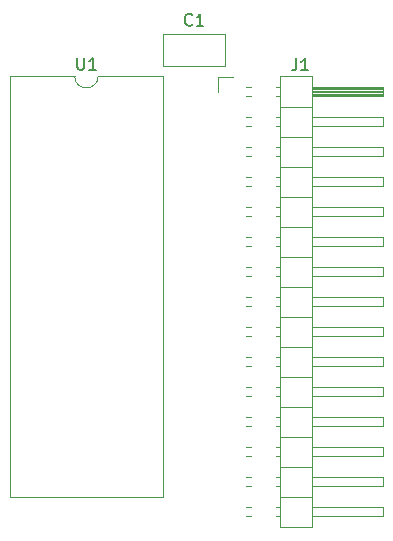
<source format=gbr>
%TF.GenerationSoftware,KiCad,Pcbnew,(5.99.0-7356-g63088e8bdb)*%
%TF.CreationDate,2021-06-15T10:51:38+08:00*%
%TF.ProjectId,AdapterCartdrige,41646170-7465-4724-9361-727464726967,rev?*%
%TF.SameCoordinates,Original*%
%TF.FileFunction,Legend,Top*%
%TF.FilePolarity,Positive*%
%FSLAX46Y46*%
G04 Gerber Fmt 4.6, Leading zero omitted, Abs format (unit mm)*
G04 Created by KiCad (PCBNEW (5.99.0-7356-g63088e8bdb)) date 2021-06-15 10:51:38*
%MOMM*%
%LPD*%
G01*
G04 APERTURE LIST*
%ADD10C,0.150000*%
%ADD11C,0.120000*%
G04 APERTURE END LIST*
D10*
%TO.C,J1*%
X127241666Y-48236380D02*
X127241666Y-48950666D01*
X127194047Y-49093523D01*
X127098809Y-49188761D01*
X126955952Y-49236380D01*
X126860714Y-49236380D01*
X128241666Y-49236380D02*
X127670238Y-49236380D01*
X127955952Y-49236380D02*
X127955952Y-48236380D01*
X127860714Y-48379238D01*
X127765476Y-48474476D01*
X127670238Y-48522095D01*
%TO.C,C1*%
X118431333Y-45355142D02*
X118383714Y-45402761D01*
X118240857Y-45450380D01*
X118145619Y-45450380D01*
X118002761Y-45402761D01*
X117907523Y-45307523D01*
X117859904Y-45212285D01*
X117812285Y-45021809D01*
X117812285Y-44878952D01*
X117859904Y-44688476D01*
X117907523Y-44593238D01*
X118002761Y-44498000D01*
X118145619Y-44450380D01*
X118240857Y-44450380D01*
X118383714Y-44498000D01*
X118431333Y-44545619D01*
X119383714Y-45450380D02*
X118812285Y-45450380D01*
X119098000Y-45450380D02*
X119098000Y-44450380D01*
X119002761Y-44593238D01*
X118907523Y-44688476D01*
X118812285Y-44736095D01*
%TO.C,U1*%
X108712095Y-48176380D02*
X108712095Y-48985904D01*
X108759714Y-49081142D01*
X108807333Y-49128761D01*
X108902571Y-49176380D01*
X109093047Y-49176380D01*
X109188285Y-49128761D01*
X109235904Y-49081142D01*
X109283523Y-48985904D01*
X109283523Y-48176380D01*
X110283523Y-49176380D02*
X109712095Y-49176380D01*
X109997809Y-49176380D02*
X109997809Y-48176380D01*
X109902571Y-48319238D01*
X109807333Y-48414476D01*
X109712095Y-48462095D01*
D11*
%TO.C,J1*%
X125900000Y-49724000D02*
X125900000Y-87944000D01*
X128560000Y-73534000D02*
X134560000Y-73534000D01*
X125502929Y-76834000D02*
X125900000Y-76834000D01*
X122962929Y-61594000D02*
X123417071Y-61594000D01*
X125502929Y-73534000D02*
X125900000Y-73534000D01*
X134560000Y-71754000D02*
X128560000Y-71754000D01*
X125502929Y-83694000D02*
X125900000Y-83694000D01*
X122962929Y-71754000D02*
X123417071Y-71754000D01*
X125502929Y-76074000D02*
X125900000Y-76074000D01*
X122962929Y-56514000D02*
X123417071Y-56514000D01*
X122962929Y-86994000D02*
X123417071Y-86994000D01*
X125900000Y-52324000D02*
X128560000Y-52324000D01*
X125900000Y-72644000D02*
X128560000Y-72644000D01*
X122962929Y-53974000D02*
X123417071Y-53974000D01*
X134560000Y-83694000D02*
X134560000Y-84454000D01*
X134560000Y-81914000D02*
X128560000Y-81914000D01*
X125900000Y-65024000D02*
X128560000Y-65024000D01*
X134560000Y-79374000D02*
X128560000Y-79374000D01*
X125900000Y-67564000D02*
X128560000Y-67564000D01*
X125502929Y-79374000D02*
X125900000Y-79374000D01*
X125502929Y-60834000D02*
X125900000Y-60834000D01*
X128560000Y-51334000D02*
X134560000Y-51334000D01*
X128560000Y-83694000D02*
X134560000Y-83694000D01*
X120650000Y-49784000D02*
X121920000Y-49784000D01*
X122962929Y-53214000D02*
X123417071Y-53214000D01*
X128560000Y-49724000D02*
X125900000Y-49724000D01*
X125502929Y-51434000D02*
X125900000Y-51434000D01*
X125502929Y-70994000D02*
X125900000Y-70994000D01*
X122962929Y-68454000D02*
X123417071Y-68454000D01*
X122962929Y-74294000D02*
X123417071Y-74294000D01*
X122962929Y-70994000D02*
X123417071Y-70994000D01*
X122962929Y-81914000D02*
X123417071Y-81914000D01*
X122962929Y-63374000D02*
X123417071Y-63374000D01*
X134560000Y-78614000D02*
X134560000Y-79374000D01*
X134560000Y-68454000D02*
X134560000Y-69214000D01*
X125502929Y-81914000D02*
X125900000Y-81914000D01*
X122962929Y-76834000D02*
X123417071Y-76834000D01*
X128560000Y-60834000D02*
X134560000Y-60834000D01*
X123030000Y-50674000D02*
X123417071Y-50674000D01*
X122962929Y-58294000D02*
X123417071Y-58294000D01*
X128560000Y-87944000D02*
X128560000Y-49724000D01*
X125900000Y-87944000D02*
X128560000Y-87944000D01*
X134560000Y-76074000D02*
X134560000Y-76834000D01*
X128560000Y-63374000D02*
X134560000Y-63374000D01*
X134560000Y-65914000D02*
X134560000Y-66674000D01*
X134560000Y-64134000D02*
X128560000Y-64134000D01*
X125502929Y-50674000D02*
X125900000Y-50674000D01*
X134560000Y-76834000D02*
X128560000Y-76834000D01*
X128560000Y-70994000D02*
X134560000Y-70994000D01*
X134560000Y-56514000D02*
X128560000Y-56514000D01*
X122962929Y-81154000D02*
X123417071Y-81154000D01*
X125502929Y-59054000D02*
X125900000Y-59054000D01*
X128560000Y-65914000D02*
X134560000Y-65914000D01*
X122962929Y-79374000D02*
X123417071Y-79374000D01*
X134560000Y-58294000D02*
X134560000Y-59054000D01*
X134560000Y-69214000D02*
X128560000Y-69214000D01*
X125900000Y-82804000D02*
X128560000Y-82804000D01*
X128560000Y-51214000D02*
X134560000Y-51214000D01*
X122962929Y-84454000D02*
X123417071Y-84454000D01*
X125502929Y-58294000D02*
X125900000Y-58294000D01*
X125502929Y-69214000D02*
X125900000Y-69214000D01*
X125900000Y-77724000D02*
X128560000Y-77724000D01*
X128560000Y-50854000D02*
X134560000Y-50854000D01*
X122962929Y-69214000D02*
X123417071Y-69214000D01*
X125900000Y-70104000D02*
X128560000Y-70104000D01*
X122962929Y-83694000D02*
X123417071Y-83694000D01*
X128560000Y-50674000D02*
X134560000Y-50674000D01*
X122962929Y-60834000D02*
X123417071Y-60834000D01*
X120650000Y-51054000D02*
X120650000Y-49784000D01*
X125900000Y-75184000D02*
X128560000Y-75184000D01*
X134560000Y-61594000D02*
X128560000Y-61594000D01*
X122962929Y-78614000D02*
X123417071Y-78614000D01*
X122962929Y-86234000D02*
X123417071Y-86234000D01*
X134560000Y-60834000D02*
X134560000Y-61594000D01*
X125900000Y-57404000D02*
X128560000Y-57404000D01*
X125502929Y-66674000D02*
X125900000Y-66674000D01*
X134560000Y-73534000D02*
X134560000Y-74294000D01*
X125900000Y-59944000D02*
X128560000Y-59944000D01*
X125502929Y-55754000D02*
X125900000Y-55754000D01*
X125502929Y-74294000D02*
X125900000Y-74294000D01*
X122962929Y-76074000D02*
X123417071Y-76074000D01*
X128560000Y-68454000D02*
X134560000Y-68454000D01*
X125502929Y-78614000D02*
X125900000Y-78614000D01*
X128560000Y-50734000D02*
X134560000Y-50734000D01*
X122962929Y-66674000D02*
X123417071Y-66674000D01*
X125502929Y-53974000D02*
X125900000Y-53974000D01*
X134560000Y-53214000D02*
X134560000Y-53974000D01*
X125900000Y-62484000D02*
X128560000Y-62484000D01*
X123030000Y-51434000D02*
X123417071Y-51434000D01*
X128560000Y-55754000D02*
X134560000Y-55754000D01*
X134560000Y-53974000D02*
X128560000Y-53974000D01*
X128560000Y-78614000D02*
X134560000Y-78614000D01*
X125502929Y-56514000D02*
X125900000Y-56514000D01*
X125502929Y-84454000D02*
X125900000Y-84454000D01*
X122962929Y-73534000D02*
X123417071Y-73534000D01*
X134560000Y-86234000D02*
X134560000Y-86994000D01*
X134560000Y-50674000D02*
X134560000Y-51434000D01*
X128560000Y-58294000D02*
X134560000Y-58294000D01*
X125502929Y-71754000D02*
X125900000Y-71754000D01*
X128560000Y-53214000D02*
X134560000Y-53214000D01*
X128560000Y-86234000D02*
X134560000Y-86234000D01*
X134560000Y-59054000D02*
X128560000Y-59054000D01*
X125502929Y-65914000D02*
X125900000Y-65914000D01*
X125502929Y-86234000D02*
X125900000Y-86234000D01*
X125502929Y-61594000D02*
X125900000Y-61594000D01*
X125502929Y-63374000D02*
X125900000Y-63374000D01*
X125502929Y-81154000D02*
X125900000Y-81154000D01*
X134560000Y-84454000D02*
X128560000Y-84454000D01*
X134560000Y-70994000D02*
X134560000Y-71754000D01*
X122962929Y-64134000D02*
X123417071Y-64134000D01*
X125502929Y-68454000D02*
X125900000Y-68454000D01*
X125502929Y-86994000D02*
X125900000Y-86994000D01*
X134560000Y-74294000D02*
X128560000Y-74294000D01*
X134560000Y-81154000D02*
X134560000Y-81914000D01*
X125900000Y-80264000D02*
X128560000Y-80264000D01*
X128560000Y-76074000D02*
X134560000Y-76074000D01*
X134560000Y-86994000D02*
X128560000Y-86994000D01*
X125900000Y-54864000D02*
X128560000Y-54864000D01*
X122962929Y-59054000D02*
X123417071Y-59054000D01*
X122962929Y-65914000D02*
X123417071Y-65914000D01*
X128560000Y-51094000D02*
X134560000Y-51094000D01*
X134560000Y-63374000D02*
X134560000Y-64134000D01*
X125502929Y-64134000D02*
X125900000Y-64134000D01*
X128560000Y-81154000D02*
X134560000Y-81154000D01*
X125900000Y-85344000D02*
X128560000Y-85344000D01*
X125502929Y-53214000D02*
X125900000Y-53214000D01*
X134560000Y-66674000D02*
X128560000Y-66674000D01*
X122962929Y-55754000D02*
X123417071Y-55754000D01*
X134560000Y-55754000D02*
X134560000Y-56514000D01*
X134560000Y-51434000D02*
X128560000Y-51434000D01*
X128560000Y-50974000D02*
X134560000Y-50974000D01*
%TO.C,C1*%
X115978000Y-46128000D02*
X115978000Y-48868000D01*
X115978000Y-46128000D02*
X121218000Y-46128000D01*
X121218000Y-46128000D02*
X121218000Y-48868000D01*
X115978000Y-48868000D02*
X121218000Y-48868000D01*
%TO.C,U1*%
X115934000Y-49724000D02*
X110474000Y-49724000D01*
X103014000Y-85404000D02*
X115934000Y-85404000D01*
X103014000Y-49724000D02*
X103014000Y-85404000D01*
X108474000Y-49724000D02*
X103014000Y-49724000D01*
X115934000Y-85404000D02*
X115934000Y-49724000D01*
X110474000Y-49724000D02*
G75*
G02*
X108474000Y-49724000I-1000000J0D01*
G01*
%TD*%
M02*

</source>
